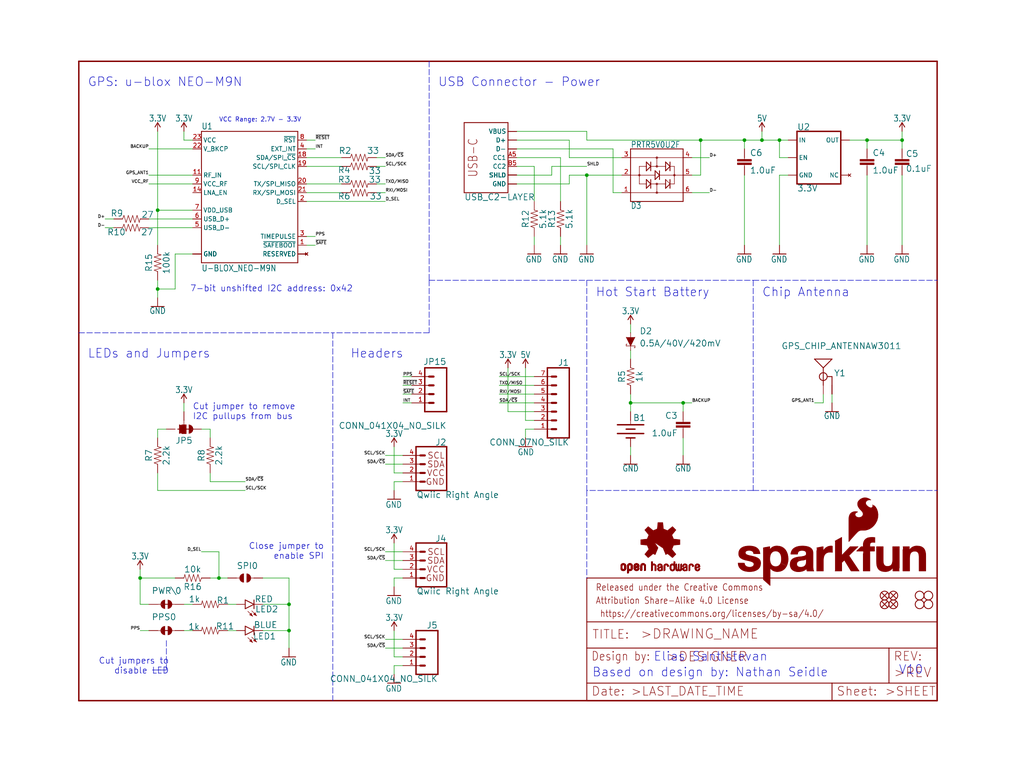
<source format=kicad_sch>
(kicad_sch (version 20211123) (generator eeschema)
  (paper "User" 297.002 223.926)
  (lib_symbols
    (symbol "eagleSchem-eagle-import:0.1UF-0603-25V-(+80{slash}-20%)"
      (property "Reference" "C" (at 1.524 2.921 0))
      (property "Value" "0.1UF-0603-25V-(+80{slash}-20%)" (at 1.524 -2.159 0))
      (symbol "0.1UF-0603-25V-(+80{slash}-20%)_1_0"
        (pin passive line (at 0 5.08 270) (length 2.54) (name "1") (number "1"))
        (pin passive line (at 0 -2.54 90) (length 2.54) (name "2") (number "2"))
      )
    )
    (symbol "eagleSchem-eagle-import:1.0UF-0603-16V-10%"
      (property "Reference" "C" (at 1.524 2.921 0))
      (property "Value" "1.0UF-0603-16V-10%" (at 1.524 -2.159 0))
      (symbol "1.0UF-0603-16V-10%_1_0"
        (pin passive line (at 0 5.08 270) (length 2.54) (name "1") (number "1"))
        (pin passive line (at 0 -2.54 90) (length 2.54) (name "2") (number "2"))
      )
    )
    (symbol "eagleSchem-eagle-import:100KOHM-0603-1{slash}10W-1%"
      (property "Reference" "R" (at 0 1.524 0))
      (property "Value" "100KOHM-0603-1{slash}10W-1%" (at 0 -1.524 0))
      (symbol "100KOHM-0603-1{slash}10W-1%_1_0"
        (pin passive line (at -5.08 0 0) (length 2.54) (name "1") (number "1"))
        (pin passive line (at 5.08 0 180) (length 2.54) (name "2") (number "2"))
      )
    )
    (symbol "eagleSchem-eagle-import:10KOHM-0402-1{slash}16W-1%"
      (property "Reference" "R" (at 0 1.524 0))
      (property "Value" "10KOHM-0402-1{slash}16W-1%" (at 0 -1.524 0))
      (symbol "10KOHM-0402-1{slash}16W-1%_1_0"
        (pin passive line (at -5.08 0 0) (length 2.54) (name "1") (number "1"))
        (pin passive line (at 5.08 0 180) (length 2.54) (name "2") (number "2"))
      )
    )
    (symbol "eagleSchem-eagle-import:1KOHM-0603-1{slash}10W-1%"
      (property "Reference" "R" (at 0 1.524 0))
      (property "Value" "1KOHM-0603-1{slash}10W-1%" (at 0 -1.524 0))
      (symbol "1KOHM-0603-1{slash}10W-1%_1_0"
        (pin passive line (at -5.08 0 0) (length 2.54) (name "1") (number "1"))
        (pin passive line (at 5.08 0 180) (length 2.54) (name "2") (number "2"))
      )
    )
    (symbol "eagleSchem-eagle-import:2.2KOHM-0603-1{slash}10W-1%"
      (property "Reference" "R" (at 0 1.524 0))
      (property "Value" "2.2KOHM-0603-1{slash}10W-1%" (at 0 -1.524 0))
      (symbol "2.2KOHM-0603-1{slash}10W-1%_1_0"
        (pin passive line (at -5.08 0 0) (length 2.54) (name "1") (number "1"))
        (pin passive line (at 5.08 0 180) (length 2.54) (name "2") (number "2"))
      )
    )
    (symbol "eagleSchem-eagle-import:27OHM-0603-1{slash}10W-1%"
      (property "Reference" "R" (at 0 1.524 0))
      (property "Value" "27OHM-0603-1{slash}10W-1%" (at 0 -1.524 0))
      (symbol "27OHM-0603-1{slash}10W-1%_1_0"
        (pin passive line (at -5.08 0 0) (length 2.54) (name "1") (number "1"))
        (pin passive line (at 5.08 0 180) (length 2.54) (name "2") (number "2"))
      )
    )
    (symbol "eagleSchem-eagle-import:3.3V" (power)
      (property "Value" "3.3V" (at 0 2.794 0))
      (symbol "3.3V_1_0"
        (pin power_in line (at 0 0 90) (length 2.54) (name "3.3V") (number "1"))
      )
    )
    (symbol "eagleSchem-eagle-import:33OHM-0603-1{slash}10W-1%"
      (property "Reference" "R" (at 0 1.524 0))
      (property "Value" "33OHM-0603-1{slash}10W-1%" (at 0 -1.524 0))
      (symbol "33OHM-0603-1{slash}10W-1%_1_0"
        (pin passive line (at -5.08 0 0) (length 2.54) (name "1") (number "1"))
        (pin passive line (at 5.08 0 180) (length 2.54) (name "2") (number "2"))
      )
    )
    (symbol "eagleSchem-eagle-import:5.1KOHM5.1KOHM-0603-1{slash}10W-1%"
      (property "Reference" "R" (at 0 1.524 0))
      (property "Value" "5.1KOHM5.1KOHM-0603-1{slash}10W-1%" (at 0 -1.524 0))
      (symbol "5.1KOHM5.1KOHM-0603-1{slash}10W-1%_1_0"
        (pin passive line (at -5.08 0 0) (length 2.54) (name "1") (number "1"))
        (pin passive line (at 5.08 0 180) (length 2.54) (name "2") (number "2"))
      )
    )
    (symbol "eagleSchem-eagle-import:5V" (power)
      (property "Value" "5V" (at 0 2.794 0))
      (symbol "5V_1_0"
        (pin power_in line (at 0 0 90) (length 2.54) (name "5V") (number "1"))
      )
    )
    (symbol "eagleSchem-eagle-import:CONN_041X04_NO_SILK"
      (property "Reference" "J" (at -5.08 8.128 0))
      (property "Value" "CONN_041X04_NO_SILK" (at -5.08 -7.366 0))
      (symbol "CONN_041X04_NO_SILK_1_0"
        (pin passive line (at 5.08 -2.54 180) (length 5.08) (name "1") (number "1"))
        (pin passive line (at 5.08 0 180) (length 5.08) (name "2") (number "2"))
        (pin passive line (at 5.08 2.54 180) (length 5.08) (name "3") (number "3"))
        (pin passive line (at 5.08 5.08 180) (length 5.08) (name "4") (number "4"))
      )
    )
    (symbol "eagleSchem-eagle-import:CONN_07NO_SILK"
      (property "Reference" "J" (at -5.08 13.208 0))
      (property "Value" "CONN_07NO_SILK" (at -5.08 -9.906 0))
      (symbol "CONN_07NO_SILK_1_0"
        (pin passive line (at 5.08 -5.08 180) (length 5.08) (name "1") (number "1"))
        (pin passive line (at 5.08 -2.54 180) (length 5.08) (name "2") (number "2"))
        (pin passive line (at 5.08 0 180) (length 5.08) (name "3") (number "3"))
        (pin passive line (at 5.08 2.54 180) (length 5.08) (name "4") (number "4"))
        (pin passive line (at 5.08 5.08 180) (length 5.08) (name "5") (number "5"))
        (pin passive line (at 5.08 7.62 180) (length 5.08) (name "6") (number "6"))
        (pin passive line (at 5.08 10.16 180) (length 5.08) (name "7") (number "7"))
      )
    )
    (symbol "eagleSchem-eagle-import:DIODE-SCHOTTKY-PMEG4005EJ"
      (property "Reference" "D" (at -2.54 2.032 0))
      (property "Value" "DIODE-SCHOTTKY-PMEG4005EJ" (at -2.54 -2.032 0))
      (symbol "DIODE-SCHOTTKY-PMEG4005EJ_1_0"
        (pin passive line (at -2.54 0 0) (length 0) (name "A") (number "A"))
        (pin passive line (at 2.54 0 180) (length 0) (name "C") (number "C"))
      )
    )
    (symbol "eagleSchem-eagle-import:FIDUCIALUFIDUCIAL")
    (symbol "eagleSchem-eagle-import:FRAME-LETTER"
      (symbol "FRAME-LETTER_2_0"
        (text " https://creativecommons.org/licenses/by-sa/4.0/" (at 2.54 24.13 0) (effects (font (size 1.9304 1.6408)) (justify left bottom)))
        (text ">DESIGNER" (at 23.114 11.176 0) (effects (font (size 2.7432 2.7432)) (justify left bottom)))
        (text ">DRAWING_NAME" (at 15.494 17.78 0) (effects (font (size 2.7432 2.7432)) (justify left bottom)))
        (text ">LAST_DATE_TIME" (at 12.7 1.27 0) (effects (font (size 2.54 2.54)) (justify left bottom)))
        (text ">REV" (at 88.9 6.604 0) (effects (font (size 2.7432 2.7432)) (justify left bottom)))
        (text ">SHEET" (at 86.36 1.27 0) (effects (font (size 2.54 2.54)) (justify left bottom)))
        (text "Attribution Share-Alike 4.0 License" (at 2.54 27.94 0) (effects (font (size 1.9304 1.6408)) (justify left bottom)))
        (text "Date:" (at 1.27 1.27 0) (effects (font (size 2.54 2.54)) (justify left bottom)))
        (text "Design by:" (at 1.27 11.43 0) (effects (font (size 2.54 2.159)) (justify left bottom)))
        (text "Released under the Creative Commons" (at 2.54 31.75 0) (effects (font (size 1.9304 1.6408)) (justify left bottom)))
        (text "REV:" (at 88.9 11.43 0) (effects (font (size 2.54 2.54)) (justify left bottom)))
        (text "Sheet:" (at 72.39 1.27 0) (effects (font (size 2.54 2.54)) (justify left bottom)))
        (text "TITLE:" (at 1.524 17.78 0) (effects (font (size 2.54 2.54)) (justify left bottom)))
      )
    )
    (symbol "eagleSchem-eagle-import:GND" (power)
      (property "Value" "GND" (at 0 -0.254 0))
      (symbol "GND_1_0"
        (pin power_in line (at 0 2.54 270) (length 2.54) (name "GND") (number "1"))
      )
    )
    (symbol "eagleSchem-eagle-import:GPS_CHIP_ANTENNAW3011"
      (property "Reference" "Y" (at 3.048 -5.08 0))
      (property "Value" "GPS_CHIP_ANTENNAW3011" (at 3.048 -7.366 0))
      (symbol "GPS_CHIP_ANTENNAW3011_1_0"
        (pin bidirectional line (at 0 -10.16 90) (length 2.54) (name "SIGNAL") (number "1"))
        (pin bidirectional line (at 2.54 -10.16 90) (length 2.54) (name "GND") (number "2"))
        (pin bidirectional line (at 2.54 -10.16 90) (length 2.54) (name "GND") (number "3"))
      )
    )
    (symbol "eagleSchem-eagle-import:I2C_STANDARDQWIIC"
      (property "Reference" "J" (at -5.08 7.874 0))
      (property "Value" "I2C_STANDARDQWIIC" (at -5.08 -5.334 0))
      (symbol "I2C_STANDARDQWIIC_1_0"
        (text "GND" (at -4.572 -2.54 0) (effects (font (size 1.778 1.778)) (justify left)))
        (text "SCL" (at -4.572 5.08 0) (effects (font (size 1.778 1.778)) (justify left)))
        (text "SDA" (at -4.572 2.54 0) (effects (font (size 1.778 1.778)) (justify left)))
        (text "VCC" (at -4.572 0 0) (effects (font (size 1.778 1.778)) (justify left)))
        (pin power_in line (at 7.62 -2.54 180) (length 5.08) (name "1") (number "1"))
        (pin power_in line (at 7.62 0 180) (length 5.08) (name "2") (number "2"))
        (pin passive line (at 7.62 2.54 180) (length 5.08) (name "3") (number "3"))
        (pin passive line (at 7.62 5.08 180) (length 5.08) (name "4") (number "4"))
      )
    )
    (symbol "eagleSchem-eagle-import:JUMPER-SMT_2_NC_TRACE_SILK"
      (property "Reference" "JP" (at -2.54 2.54 0))
      (property "Value" "JUMPER-SMT_2_NC_TRACE_SILK" (at -2.54 -2.54 0))
      (symbol "JUMPER-SMT_2_NC_TRACE_SILK_1_0"
        (pin passive line (at -5.08 0 0) (length 2.54) (name "1") (number "1"))
        (pin passive line (at 5.08 0 180) (length 2.54) (name "2") (number "2"))
      )
    )
    (symbol "eagleSchem-eagle-import:JUMPER-SMT_2_NO_SILK"
      (property "Reference" "JP" (at -2.54 2.54 0))
      (property "Value" "JUMPER-SMT_2_NO_SILK" (at -2.54 -2.54 0))
      (symbol "JUMPER-SMT_2_NO_SILK_1_0"
        (pin passive line (at -5.08 0 0) (length 2.54) (name "1") (number "1"))
        (pin passive line (at 5.08 0 180) (length 2.54) (name "2") (number "2"))
      )
    )
    (symbol "eagleSchem-eagle-import:JUMPER-SMT_3_2-NC_TRACE_SILK"
      (property "Reference" "JP" (at 2.54 0.381 0))
      (property "Value" "JUMPER-SMT_3_2-NC_TRACE_SILK" (at 2.54 -0.381 0))
      (symbol "JUMPER-SMT_3_2-NC_TRACE_SILK_1_0"
        (pin passive line (at 0 5.08 270) (length 2.54) (name "1") (number "1"))
        (pin passive line (at -5.08 0 0) (length 2.54) (name "2") (number "2"))
        (pin passive line (at 0 -5.08 90) (length 2.54) (name "3") (number "3"))
      )
    )
    (symbol "eagleSchem-eagle-import:LED-BLUE0603"
      (property "Reference" "D" (at -3.429 -4.572 90))
      (property "Value" "LED-BLUE0603" (at 1.905 -4.572 90))
      (symbol "LED-BLUE0603_1_0"
        (pin passive line (at 0 2.54 270) (length 2.54) (name "A") (number "A"))
        (pin passive line (at 0 -5.08 90) (length 2.54) (name "C") (number "C"))
      )
    )
    (symbol "eagleSchem-eagle-import:LED-RED0603"
      (property "Reference" "D" (at -3.429 -4.572 90))
      (property "Value" "LED-RED0603" (at 1.905 -4.572 90))
      (symbol "LED-RED0603_1_0"
        (pin passive line (at 0 2.54 270) (length 2.54) (name "A") (number "A"))
        (pin passive line (at 0 -5.08 90) (length 2.54) (name "C") (number "C"))
      )
    )
    (symbol "eagleSchem-eagle-import:ML414H_IV01E_BATTERY"
      (property "Reference" "BT" (at 0 4.318 0))
      (property "Value" "ML414H_IV01E_BATTERY" (at 0 -4.318 0))
      (symbol "ML414H_IV01E_BATTERY_1_0"
        (pin power_in line (at -5.08 0 0) (length 2.54) (name "+") (number "+"))
        (pin power_in line (at 5.08 0 180) (length 2.54) (name "-") (number "-"))
      )
    )
    (symbol "eagleSchem-eagle-import:OSHW-LOGOMINI")
    (symbol "eagleSchem-eagle-import:PRTR5V0U2F"
      (property "Reference" "D" (at -7.62 7.874 0))
      (property "Value" "PRTR5V0U2F" (at -7.62 -7.874 0))
      (symbol "PRTR5V0U2F_1_0"
        (pin bidirectional line (at -10.16 5.08 0) (length 2.54) (name "1") (number "1"))
        (pin bidirectional line (at -10.16 0 0) (length 2.54) (name "2") (number "2"))
        (pin bidirectional line (at -10.16 -5.08 0) (length 2.54) (name "3") (number "3"))
        (pin bidirectional line (at 10.16 -5.08 180) (length 2.54) (name "4") (number "4"))
        (pin bidirectional line (at 10.16 0 180) (length 2.54) (name "5") (number "5"))
        (pin bidirectional line (at 10.16 5.08 180) (length 2.54) (name "6") (number "6"))
      )
    )
    (symbol "eagleSchem-eagle-import:SFE_LOGO_NAME_FLAME.1_INCH")
    (symbol "eagleSchem-eagle-import:STAND-OFF")
    (symbol "eagleSchem-eagle-import:U-BLOX_NEO-M9N"
      (property "Reference" "U" (at -12.7 18.288 0))
      (property "Value" "U-BLOX_NEO-M9N" (at -12.7 -22.86 0))
      (symbol "U-BLOX_NEO-M9N_1_0"
        (pin bidirectional line (at 17.78 -15.24 180) (length 2.54) (name "~{SAFEBOOT}") (number "1"))
        (pin bidirectional line (at -15.24 -17.78 0) (length 2.54) (name "GND") (number "10"))
        (pin bidirectional line (at -15.24 5.08 0) (length 2.54) (name "RF_IN") (number "11"))
        (pin bidirectional line (at -15.24 -17.78 0) (length 2.54) (name "GND") (number "12"))
        (pin bidirectional line (at -15.24 -17.78 0) (length 2.54) (name "GND") (number "13"))
        (pin bidirectional line (at -15.24 0 0) (length 2.54) (name "LNA_EN") (number "14"))
        (pin no_connect line (at 17.78 -17.78 180) (length 2.54) (name "RESERVED") (number "15"))
        (pin no_connect line (at 17.78 -17.78 180) (length 2.54) (name "RESERVED") (number "16"))
        (pin no_connect line (at 17.78 -17.78 180) (length 2.54) (name "RESERVED") (number "17"))
        (pin bidirectional line (at 17.78 10.16 180) (length 2.54) (name "SDA/SPI_~{CS}") (number "18"))
        (pin bidirectional line (at 17.78 7.62 180) (length 2.54) (name "SCL/SPI_CLK") (number "19"))
        (pin bidirectional line (at 17.78 -2.54 180) (length 2.54) (name "D_SEL") (number "2"))
        (pin bidirectional line (at 17.78 2.54 180) (length 2.54) (name "TX/SPI_MISO") (number "20"))
        (pin bidirectional line (at 17.78 0 180) (length 2.54) (name "RX/SPI_MOSI") (number "21"))
        (pin bidirectional line (at -15.24 12.7 0) (length 2.54) (name "V_BKCP") (number "22"))
        (pin bidirectional line (at -15.24 15.24 0) (length 2.54) (name "VCC") (number "23"))
        (pin bidirectional line (at -15.24 -17.78 0) (length 2.54) (name "GND") (number "24"))
        (pin bidirectional line (at 17.78 -12.7 180) (length 2.54) (name "TIMEPULSE") (number "3"))
        (pin bidirectional line (at 17.78 12.7 180) (length 2.54) (name "EXT_INT") (number "4"))
        (pin bidirectional line (at -15.24 -10.16 0) (length 2.54) (name "USB_D-") (number "5"))
        (pin bidirectional line (at -15.24 -7.62 0) (length 2.54) (name "USB_D+") (number "6"))
        (pin bidirectional line (at -15.24 -5.08 0) (length 2.54) (name "VDD_USB") (number "7"))
        (pin bidirectional line (at 17.78 15.24 180) (length 2.54) (name "~{RST}") (number "8"))
        (pin bidirectional line (at -15.24 2.54 0) (length 2.54) (name "VCC_RF") (number "9"))
      )
    )
    (symbol "eagleSchem-eagle-import:USB_C2-LAYER"
      (property "Reference" "J" (at -2.54 10.414 0))
      (property "Value" "USB_C2-LAYER" (at -2.54 -12.446 0))
      (symbol "USB_C2-LAYER_1_0"
        (text "USB-C" (at 0 0 900) (effects (font (size 2.54 2.159))))
        (pin bidirectional line (at 12.7 0 180) (length 2.54) (name "CC1") (number "A5"))
        (pin bidirectional line (at 12.7 5.08 180) (length 2.54) (name "D+") (number "A6"))
        (pin bidirectional line (at 12.7 2.54 180) (length 2.54) (name "D-") (number "A7"))
        (pin bidirectional line (at 12.7 -2.54 180) (length 2.54) (name "CC2") (number "B5"))
        (pin bidirectional line (at 12.7 5.08 180) (length 2.54) (name "D+") (number "B6"))
        (pin bidirectional line (at 12.7 2.54 180) (length 2.54) (name "D-") (number "B7"))
        (pin bidirectional line (at 12.7 -7.62 180) (length 2.54) (name "GND") (number "GND"))
        (pin bidirectional line (at 12.7 -7.62 180) (length 2.54) (name "GND") (number "GND2"))
        (pin bidirectional line (at 12.7 -5.08 180) (length 2.54) (name "SHLD") (number "SHLD1"))
        (pin bidirectional line (at 12.7 -5.08 180) (length 2.54) (name "SHLD") (number "SHLD2"))
        (pin bidirectional line (at 12.7 -5.08 180) (length 2.54) (name "SHLD") (number "SHLD3"))
        (pin bidirectional line (at 12.7 -5.08 180) (length 2.54) (name "SHLD") (number "SHLD4"))
        (pin bidirectional line (at 12.7 -5.08 180) (length 2.54) (name "SHLD") (number "SHLD5"))
        (pin bidirectional line (at 12.7 -5.08 180) (length 2.54) (name "SHLD") (number "SHLD6"))
        (pin bidirectional line (at 12.7 -5.08 180) (length 2.54) (name "SHLD") (number "SHLD7"))
        (pin bidirectional line (at 12.7 -5.08 180) (length 2.54) (name "SHLD") (number "SHLD8"))
        (pin bidirectional line (at 12.7 7.62 180) (length 2.54) (name "VBUS") (number "VBUS1"))
        (pin bidirectional line (at 12.7 7.62 180) (length 2.54) (name "VBUS") (number "VBUS2"))
      )
    )
    (symbol "eagleSchem-eagle-import:V_REG_AP2112K-3.3V"
      (property "Reference" "U" (at -7.62 7.874 0))
      (property "Value" "V_REG_AP2112K-3.3V" (at -7.62 -7.874 0))
      (symbol "V_REG_AP2112K-3.3V_1_0"
        (pin input line (at -10.16 5.08 0) (length 2.54) (name "IN") (number "1"))
        (pin input line (at -10.16 -5.08 0) (length 2.54) (name "GND") (number "2"))
        (pin input line (at -10.16 0 0) (length 2.54) (name "EN") (number "3"))
        (pin no_connect line (at 7.62 -5.08 180) (length 2.54) (name "NC") (number "4"))
        (pin passive line (at 7.62 5.08 180) (length 2.54) (name "OUT") (number "5"))
      )
    )
  )
  (junction (at 198.12 116.84))
  (junction (at 63.5 167.64))
  (junction (at 261.62 40.64))
  (junction (at 83.82 175.26))
  (junction (at 215.9 40.64))
  (junction (at 251.46 40.64))
  (junction (at 203.2 40.64))
  (junction (at 226.06 40.64))
  (junction (at 170.18 50.8))
  (junction (at 45.72 83.82))
  (junction (at 40.64 167.64))
  (junction (at 45.72 60.96))
  (junction (at 83.82 182.88))
  (junction (at 220.98 40.64))
  (junction (at 182.88 116.84))
  (wire (pts (xy 228.6 45.72) (xy 226.06 45.72)))
  (wire (pts (xy 43.18 182.88) (xy 40.64 182.88)))
  (wire (pts (xy 114.3 190.5) (xy 114.3 182.88)))
  (wire (pts (xy 114.3 139.7) (xy 114.3 142.24)))
  (wire (pts (xy 109.22 53.34) (xy 111.76 53.34)))
  (wire (pts (xy 162.56 45.72) (xy 162.56 58.42)))
  (wire (pts (xy 60.96 137.16) (xy 60.96 139.7)))
  (wire (pts (xy 152.4 121.92) (xy 152.4 106.68)))
  (wire (pts (xy 76.2 182.88) (xy 83.82 182.88)))
  (wire (pts (xy 147.32 119.38) (xy 147.32 106.68)))
  (wire (pts (xy 116.84 160.02) (xy 111.76 160.02)))
  (wire (pts (xy 170.18 50.8) (xy 170.18 71.12)))
  (wire (pts (xy 88.9 68.58) (xy 91.44 68.58)))
  (wire (pts (xy 149.86 43.18) (xy 177.8 43.18)))
  (wire (pts (xy 160.02 48.26) (xy 170.18 48.26)))
  (wire (pts (xy 99.06 45.72) (xy 88.9 45.72)))
  (wire (pts (xy 182.88 114.3) (xy 182.88 116.84)))
  (wire (pts (xy 165.1 45.72) (xy 165.1 40.64)))
  (wire (pts (xy 60.96 124.46) (xy 58.42 124.46)))
  (wire (pts (xy 154.94 111.76) (xy 144.78 111.76)))
  (wire (pts (xy 45.72 127) (xy 45.72 124.46)))
  (wire (pts (xy 53.34 38.1) (xy 53.34 40.64)))
  (wire (pts (xy 149.86 50.8) (xy 160.02 50.8)))
  (wire (pts (xy 55.88 50.8) (xy 43.18 50.8)))
  (wire (pts (xy 55.88 60.96) (xy 45.72 60.96)))
  (wire (pts (xy 226.06 45.72) (xy 226.06 40.64)))
  (wire (pts (xy 154.94 121.92) (xy 152.4 121.92)))
  (polyline (pts (xy 48.26 194.31) (xy 48.26 185.42)))
  (wire (pts (xy 116.84 167.64) (xy 114.3 167.64)))
  (wire (pts (xy 99.06 48.26) (xy 88.9 48.26)))
  (wire (pts (xy 182.88 93.98) (xy 182.88 96.52)))
  (wire (pts (xy 149.86 45.72) (xy 162.56 45.72)))
  (wire (pts (xy 198.12 116.84) (xy 182.88 116.84)))
  (wire (pts (xy 165.1 40.64) (xy 149.86 40.64)))
  (wire (pts (xy 154.94 48.26) (xy 149.86 48.26)))
  (wire (pts (xy 45.72 81.28) (xy 45.72 83.82)))
  (wire (pts (xy 88.9 40.64) (xy 91.44 40.64)))
  (wire (pts (xy 116.84 190.5) (xy 114.3 190.5)))
  (wire (pts (xy 154.94 109.22) (xy 144.78 109.22)))
  (polyline (pts (xy 218.44 81.28) (xy 218.44 142.24)))
  (wire (pts (xy 50.8 83.82) (xy 45.72 83.82)))
  (wire (pts (xy 198.12 116.84) (xy 198.12 119.38)))
  (wire (pts (xy 114.3 137.16) (xy 114.3 129.54)))
  (wire (pts (xy 55.88 63.5) (xy 43.18 63.5)))
  (wire (pts (xy 53.34 182.88) (xy 55.88 182.88)))
  (polyline (pts (xy 124.46 81.28) (xy 170.18 81.28)))
  (polyline (pts (xy 170.18 142.24) (xy 170.18 167.64)))
  (wire (pts (xy 116.84 162.56) (xy 111.76 162.56)))
  (wire (pts (xy 88.9 53.34) (xy 99.06 53.34)))
  (wire (pts (xy 154.94 124.46) (xy 152.4 124.46)))
  (wire (pts (xy 109.22 48.26) (xy 111.76 48.26)))
  (polyline (pts (xy 124.46 81.28) (xy 124.46 96.52)))
  (wire (pts (xy 165.1 45.72) (xy 180.34 45.72)))
  (wire (pts (xy 40.64 167.64) (xy 40.64 175.26)))
  (wire (pts (xy 50.8 167.64) (xy 40.64 167.64)))
  (wire (pts (xy 83.82 167.64) (xy 83.82 175.26)))
  (wire (pts (xy 200.66 55.88) (xy 205.74 55.88)))
  (wire (pts (xy 50.8 73.66) (xy 50.8 83.82)))
  (wire (pts (xy 76.2 167.64) (xy 83.82 167.64)))
  (wire (pts (xy 154.94 114.3) (xy 144.78 114.3)))
  (wire (pts (xy 55.88 43.18) (xy 43.18 43.18)))
  (wire (pts (xy 58.42 160.02) (xy 63.5 160.02)))
  (wire (pts (xy 160.02 50.8) (xy 160.02 48.26)))
  (wire (pts (xy 109.22 45.72) (xy 111.76 45.72)))
  (wire (pts (xy 238.76 116.84) (xy 236.22 116.84)))
  (wire (pts (xy 60.96 167.64) (xy 63.5 167.64)))
  (wire (pts (xy 198.12 127) (xy 198.12 132.08)))
  (wire (pts (xy 182.88 129.54) (xy 182.88 132.08)))
  (wire (pts (xy 33.02 63.5) (xy 30.48 63.5)))
  (wire (pts (xy 198.12 116.84) (xy 200.66 116.84)))
  (wire (pts (xy 116.84 139.7) (xy 114.3 139.7)))
  (polyline (pts (xy 218.44 142.24) (xy 170.18 142.24)))
  (wire (pts (xy 68.58 175.26) (xy 66.04 175.26)))
  (wire (pts (xy 182.88 116.84) (xy 182.88 119.38)))
  (wire (pts (xy 43.18 175.26) (xy 40.64 175.26)))
  (wire (pts (xy 60.96 127) (xy 60.96 124.46)))
  (wire (pts (xy 88.9 43.18) (xy 91.44 43.18)))
  (wire (pts (xy 180.34 50.8) (xy 170.18 50.8)))
  (wire (pts (xy 114.3 193.04) (xy 114.3 195.58)))
  (wire (pts (xy 45.72 137.16) (xy 45.72 142.24)))
  (wire (pts (xy 45.72 124.46) (xy 48.26 124.46)))
  (wire (pts (xy 203.2 50.8) (xy 203.2 40.64)))
  (wire (pts (xy 45.72 60.96) (xy 45.72 71.12)))
  (wire (pts (xy 109.22 55.88) (xy 111.76 55.88)))
  (wire (pts (xy 119.38 109.22) (xy 116.84 109.22)))
  (wire (pts (xy 45.72 142.24) (xy 71.12 142.24)))
  (wire (pts (xy 116.84 185.42) (xy 111.76 185.42)))
  (polyline (pts (xy 124.46 17.78) (xy 124.46 81.28)))
  (wire (pts (xy 177.8 43.18) (xy 177.8 55.88)))
  (wire (pts (xy 162.56 68.58) (xy 162.56 71.12)))
  (polyline (pts (xy 96.52 96.52) (xy 96.52 203.2)))
  (wire (pts (xy 88.9 58.42) (xy 111.76 58.42)))
  (wire (pts (xy 165.1 53.34) (xy 149.86 53.34)))
  (wire (pts (xy 226.06 50.8) (xy 226.06 71.12)))
  (wire (pts (xy 53.34 116.84) (xy 53.34 119.38)))
  (wire (pts (xy 170.18 50.8) (xy 165.1 50.8)))
  (wire (pts (xy 83.82 187.96) (xy 83.82 182.88)))
  (wire (pts (xy 165.1 50.8) (xy 165.1 53.34)))
  (wire (pts (xy 83.82 175.26) (xy 83.82 182.88)))
  (wire (pts (xy 116.84 132.08) (xy 111.76 132.08)))
  (wire (pts (xy 116.84 193.04) (xy 114.3 193.04)))
  (wire (pts (xy 220.98 40.64) (xy 215.9 40.64)))
  (wire (pts (xy 40.64 167.64) (xy 40.64 165.1)))
  (wire (pts (xy 119.38 111.76) (xy 116.84 111.76)))
  (polyline (pts (xy 218.44 142.24) (xy 271.78 142.24)))
  (wire (pts (xy 154.94 116.84) (xy 144.78 116.84)))
  (wire (pts (xy 55.88 73.66) (xy 50.8 73.66)))
  (wire (pts (xy 203.2 40.64) (xy 170.18 40.64)))
  (wire (pts (xy 45.72 38.1) (xy 45.72 60.96)))
  (polyline (pts (xy 170.18 81.28) (xy 170.18 142.24)))
  (wire (pts (xy 114.3 165.1) (xy 114.3 157.48)))
  (wire (pts (xy 66.04 182.88) (xy 68.58 182.88)))
  (wire (pts (xy 200.66 50.8) (xy 203.2 50.8)))
  (wire (pts (xy 241.3 114.3) (xy 241.3 116.84)))
  (wire (pts (xy 154.94 119.38) (xy 147.32 119.38)))
  (wire (pts (xy 33.02 66.04) (xy 30.48 66.04)))
  (wire (pts (xy 226.06 40.64) (xy 220.98 40.64)))
  (wire (pts (xy 55.88 66.04) (xy 43.18 66.04)))
  (wire (pts (xy 177.8 55.88) (xy 180.34 55.88)))
  (wire (pts (xy 119.38 116.84) (xy 116.84 116.84)))
  (wire (pts (xy 119.38 114.3) (xy 116.84 114.3)))
  (wire (pts (xy 251.46 40.64) (xy 251.46 43.18)))
  (polyline (pts (xy 44.196 194.31) (xy 48.26 194.31)))
  (wire (pts (xy 228.6 50.8) (xy 226.06 50.8)))
  (wire (pts (xy 220.98 40.64) (xy 220.98 38.1)))
  (wire (pts (xy 88.9 55.88) (xy 99.06 55.88)))
  (wire (pts (xy 116.84 187.96) (xy 111.76 187.96)))
  (wire (pts (xy 116.84 165.1) (xy 114.3 165.1)))
  (wire (pts (xy 88.9 71.12) (xy 91.44 71.12)))
  (wire (pts (xy 261.62 43.18) (xy 261.62 40.64)))
  (wire (pts (xy 114.3 167.64) (xy 114.3 170.18)))
  (wire (pts (xy 182.88 101.6) (xy 182.88 104.14)))
  (wire (pts (xy 238.76 116.84) (xy 238.76 114.3)))
  (wire (pts (xy 83.82 175.26) (xy 76.2 175.26)))
  (wire (pts (xy 251.46 40.64) (xy 261.62 40.64)))
  (wire (pts (xy 45.72 83.82) (xy 45.72 86.36)))
  (wire (pts (xy 55.88 40.64) (xy 53.34 40.64)))
  (wire (pts (xy 200.66 45.72) (xy 205.74 45.72)))
  (wire (pts (xy 154.94 68.58) (xy 154.94 71.12)))
  (polyline (pts (xy 124.46 96.52) (xy 96.52 96.52)))
  (wire (pts (xy 251.46 71.12) (xy 251.46 50.8)))
  (wire (pts (xy 63.5 160.02) (xy 63.5 167.64)))
  (wire (pts (xy 215.9 40.64) (xy 203.2 40.64)))
  (wire (pts (xy 116.84 137.16) (xy 114.3 137.16)))
  (wire (pts (xy 53.34 175.26) (xy 55.88 175.26)))
  (wire (pts (xy 63.5 167.64) (xy 66.04 167.64)))
  (wire (pts (xy 226.06 40.64) (xy 228.6 40.64)))
  (wire (pts (xy 246.38 40.64) (xy 251.46 40.64)))
  (wire (pts (xy 152.4 124.46) (xy 152.4 127)))
  (wire (pts (xy 116.84 134.62) (xy 111.76 134.62)))
  (wire (pts (xy 261.62 71.12) (xy 261.62 50.8)))
  (wire (pts (xy 261.62 38.1) (xy 261.62 40.64)))
  (wire (pts (xy 170.18 38.1) (xy 170.18 40.64)))
  (wire (pts (xy 215.9 71.12) (xy 215.9 50.8)))
  (wire (pts (xy 154.94 58.42) (xy 154.94 48.26)))
  (polyline (pts (xy 218.44 81.28) (xy 271.78 81.28)))
  (polyline (pts (xy 22.86 96.52) (xy 96.52 96.52)))
  (wire (pts (xy 55.88 53.34) (xy 43.18 53.34)))
  (wire (pts (xy 215.9 43.18) (xy 215.9 40.64)))
  (wire (pts (xy 60.96 139.7) (xy 71.12 139.7)))
  (polyline (pts (xy 170.18 81.28) (xy 218.44 81.28)))
  (wire (pts (xy 149.86 38.1) (xy 170.18 38.1)))
  (text "VCC Range: 2.7V - 3.3V" (at 63.5 35.56 180) (effects (font (size 1.27 1.27)) (justify left bottom)))
  (text "V10" (at 260.604 195.834 180) (effects (font (size 2.54 2.54)) (justify left bottom)))
  (text "Cut jumper to remove\nI2C pullups from bus" (at 55.88 121.92 180) (effects (font (size 1.778 1.778)) (justify left bottom)))
  (text "Chip Antenna" (at 220.98 86.36 180) (effects (font (size 2.54 2.54)) (justify left bottom)))
  (text "Close jumper to\nenable SPI" (at 93.98 157.48 180) (effects (font (size 1.778 1.778)) (justify right top)))
  (text "7-bit unshifted I2C address: 0x42" (at 78.74 83.82 180) (effects (font (size 1.778 1.778))))
  (text "Headers" (at 101.6 104.14 180) (effects (font (size 2.54 2.54)) (justify left bottom)))
  (text "USB Connector - Power" (at 127 25.4 180) (effects (font (size 2.54 2.54)) (justify left bottom)))
  (text "Cut jumpers to\ndisable LED" (at 49.022 190.754 180) (effects (font (size 1.778 1.778)) (justify right top)))
  (text "Based on design by: Nathan Seidle" (at 171.704 196.596 180) (effects (font (size 2.54 2.54)) (justify left bottom)))
  (text "LEDs and Jumpers" (at 25.4 104.14 180) (effects (font (size 2.54 2.54)) (justify left bottom)))
  (text "GPS: u-blox NEO-M9N" (at 25.4 25.4 180) (effects (font (size 2.54 2.54)) (justify left bottom)))
  (text "Elias Santistevan" (at 189.484 192.024 180) (effects (font (size 2.54 2.54)) (justify left bottom)))
  (text "Hot Start Battery" (at 172.72 86.36 180) (effects (font (size 2.54 2.54)) (justify left bottom)))
  (label "SCL/SCK" (at 111.76 160.02 180) (effects (font (size 0.889 0.889))))
  (label "~{SAFE}" (at 91.44 71.12 0) (effects (font (size 0.889 0.889))))
  (label "SDA/~{CS}" (at 111.76 162.56 180) (effects (font (size 0.889 0.889))))
  (label "SCL/SCK" (at 71.12 142.24 0) (effects (font (size 0.889 0.889))))
  (label "SDA/~{CS}" (at 71.12 139.7 0) (effects (font (size 0.889 0.889))))
  (label "SDA/~{CS}" (at 144.78 116.84 0) (effects (font (size 0.889 0.889))))
  (label "D+" (at 30.48 63.5 180) (effects (font (size 0.889 0.889))))
  (label "SDA/~{CS}" (at 111.76 134.62 180) (effects (font (size 0.889 0.889))))
  (label "~{SAFE}" (at 116.84 114.3 0) (effects (font (size 0.889 0.889))))
  (label "INT" (at 116.84 116.84 0) (effects (font (size 0.889 0.889))))
  (label "VCC_RF" (at 43.18 53.34 180) (effects (font (size 0.889 0.889))))
  (label "BACKUP" (at 200.66 116.84 0) (effects (font (size 0.889 0.889))))
  (label "BACKUP" (at 43.18 43.18 180) (effects (font (size 0.889 0.889))))
  (label "SHLD" (at 170.18 48.26 0) (effects (font (size 0.889 0.889))))
  (label "GPS_ANT1" (at 236.22 116.84 180) (effects (font (size 0.889 0.889))))
  (label "RXI/MOSI" (at 111.76 55.88 0) (effects (font (size 0.889 0.889))))
  (label "PPS" (at 91.44 68.58 0) (effects (font (size 0.889 0.889))))
  (label "D_SEL" (at 111.76 58.42 0) (effects (font (size 0.889 0.889))))
  (label "~{RESET}" (at 91.44 40.64 0) (effects (font (size 0.889 0.889))))
  (label "SCL/SCK" (at 111.76 132.08 180) (effects (font (size 0.889 0.889))))
  (label "SCL/SCK" (at 111.76 48.26 0) (effects (font (size 0.889 0.889))))
  (label "PPS" (at 116.84 109.22 0) (effects (font (size 0.889 0.889))))
  (label "RXI/MOSI" (at 144.78 114.3 0) (effects (font (size 0.889 0.889))))
  (label "SDA/~{CS}" (at 111.76 45.72 0) (effects (font (size 0.889 0.889))))
  (label "D-" (at 205.74 55.88 0) (effects (font (size 0.889 0.889))))
  (label "GPS_ANT1" (at 43.18 50.8 180) (effects (font (size 0.889 0.889))))
  (label "SCL/SCK" (at 111.76 185.42 180) (effects (font (size 0.889 0.889))))
  (label "D+" (at 205.74 45.72 0) (effects (font (size 0.889 0.889))))
  (label "TXO/MISO" (at 111.76 53.34 0) (effects (font (size 0.889 0.889))))
  (label "~{RESET}" (at 116.84 111.76 0) (effects (font (size 0.889 0.889))))
  (label "INT" (at 91.44 43.18 0) (effects (font (size 0.889 0.889))))
  (label "D-" (at 30.48 66.04 180) (effects (font (size 0.889 0.889))))
  (label "SDA/~{CS}" (at 111.76 187.96 180) (effects (font (size 0.889 0.889))))
  (label "SCL/SCK" (at 144.78 109.22 0) (effects (font (size 0.889 0.889))))
  (label "TXO/MISO" (at 144.78 111.76 0) (effects (font (size 0.889 0.889))))
  (label "D_SEL" (at 58.42 160.02 180) (effects (font (size 0.889 0.889))))
  (label "PPS" (at 40.64 182.88 180) (effects (font (size 0.889 0.889))))
  (symbol (lib_id "eagleSchem-eagle-import:FIDUCIALUFIDUCIAL") (at 259.08 175.26 270) (unit 1)
    (property "Reference" "JP81" (effects hide))
    (property "Value" "FIDUCIALUFIDUCIAL" (effects hide))
    (property "Footprint" "eagleSchem:MICRO-FIDUCIAL" (effects hide))
  )
  (symbol (lib_id "eagleSchem-eagle-import:GND") (at 182.88 134.62 0) (unit 1)
    (property "Reference" "#GND5" (effects hide))
    (property "Value" "GND" (at 182.88 134.874 0) (effects (font (size 1.778 1.5113)) (justify top)))
    (property "Footprint" "eagleSchem:" (effects hide))
  )
  (symbol (lib_id "eagleSchem-eagle-import:GPS_CHIP_ANTENNAW3011") (at 238.76 104.14 0) (unit 1)
    (property "Reference" "Y1" (at 241.808 109.22 0) (effects (font (size 1.778 1.778)) (justify left bottom)))
    (property "Value" "GPS_CHIP_ANTENNAW3011" (at 226.568 101.346 0) (effects (font (size 1.778 1.778)) (justify left bottom)))
    (property "Footprint" "eagleSchem:W3011" (effects hide))
  )
  (symbol (lib_id "eagleSchem-eagle-import:I2C_STANDARDQWIIC") (at 124.46 137.16 0) (mirror y) (unit 1)
    (property "Reference" "J2" (at 129.54 129.286 0) (effects (font (size 1.778 1.778)) (justify left bottom)))
    (property "Value" "Qwiic Right Angle" (at 144.78 142.494 0) (effects (font (size 1.778 1.778)) (justify left top)))
    (property "Footprint" "eagleSchem:JST04_1MM_RA" (effects hide))
  )
  (symbol (lib_id "eagleSchem-eagle-import:3.3V") (at 114.3 129.54 0) (unit 1)
    (property "Reference" "#SUPPLY4" (effects hide))
    (property "Value" "3.3V" (at 114.3 126.746 0) (effects (font (size 1.778 1.5113)) (justify bottom)))
    (property "Footprint" "eagleSchem:" (effects hide))
  )
  (symbol (lib_id "eagleSchem-eagle-import:DIODE-SCHOTTKY-PMEG4005EJ") (at 182.88 99.06 270) (unit 1)
    (property "Reference" "D2" (at 185.42 97.028 90) (effects (font (size 1.778 1.778)) (justify left bottom)))
    (property "Value" "0.5A/40V/420mV" (at 185.42 98.552 90) (effects (font (size 1.778 1.778)) (justify left top)))
    (property "Footprint" "eagleSchem:SOD-323" (effects hide))
  )
  (symbol (lib_id "eagleSchem-eagle-import:GND") (at 83.82 190.5 0) (unit 1)
    (property "Reference" "#GND12" (effects hide))
    (property "Value" "GND" (at 81.28 193.04 0) (effects (font (size 1.778 1.5113)) (justify left bottom)))
    (property "Footprint" "eagleSchem:" (effects hide))
  )
  (symbol (lib_id "eagleSchem-eagle-import:33OHM-0603-1{slash}10W-1%") (at 104.14 45.72 0) (unit 1)
    (property "Reference" "R2" (at 100.076 44.704 0) (effects (font (size 1.778 1.778)) (justify bottom)))
    (property "Value" "33" (at 108.204 44.704 0) (effects (font (size 1.778 1.778)) (justify bottom)))
    (property "Footprint" "eagleSchem:0603" (effects hide))
  )
  (symbol (lib_id "eagleSchem-eagle-import:2.2KOHM-0603-1{slash}10W-1%") (at 60.96 132.08 90) (unit 1)
    (property "Reference" "R8" (at 59.436 132.08 0) (effects (font (size 1.778 1.778)) (justify bottom)))
    (property "Value" "2.2k" (at 62.484 132.08 0) (effects (font (size 1.778 1.778)) (justify top)))
    (property "Footprint" "eagleSchem:0603" (effects hide))
  )
  (symbol (lib_id "eagleSchem-eagle-import:GND") (at 114.3 144.78 0) (unit 1)
    (property "Reference" "#GND6" (effects hide))
    (property "Value" "GND" (at 111.76 147.32 0) (effects (font (size 1.778 1.5113)) (justify left bottom)))
    (property "Footprint" "eagleSchem:" (effects hide))
  )
  (symbol (lib_id "eagleSchem-eagle-import:FIDUCIALUFIDUCIAL") (at 256.54 172.72 270) (unit 1)
    (property "Reference" "JP21" (effects hide))
    (property "Value" "FIDUCIALUFIDUCIAL" (effects hide))
    (property "Footprint" "eagleSchem:MICRO-FIDUCIAL" (effects hide))
  )
  (symbol (lib_id "eagleSchem-eagle-import:1KOHM-0603-1{slash}10W-1%") (at 60.96 182.88 180) (unit 1)
    (property "Reference" "R11" (at 65.278 180.594 0) (effects (font (size 1.778 1.778)) (justify bottom)))
    (property "Value" "1k" (at 56.261 180.721 0) (effects (font (size 1.778 1.778)) (justify bottom)))
    (property "Footprint" "eagleSchem:0603" (effects hide))
  )
  (symbol (lib_id "eagleSchem-eagle-import:JUMPER-SMT_3_2-NC_TRACE_SILK") (at 53.34 124.46 270) (unit 1)
    (property "Reference" "JP5" (at 50.8 128.778 90) (effects (font (size 1.778 1.778)) (justify left bottom)))
    (property "Value" "JUMPER-SMT_3_2-NC_TRACE_SILK" (effects hide))
    (property "Footprint" "eagleSchem:SMT-JUMPER_3_2-NC_TRACE_SILK" (effects hide))
  )
  (symbol (lib_id "eagleSchem-eagle-import:3.3V") (at 45.72 38.1 0) (mirror y) (unit 1)
    (property "Reference" "#SUPPLY6" (effects hide))
    (property "Value" "3.3V" (at 45.72 35.306 0) (effects (font (size 1.778 1.5113)) (justify bottom)))
    (property "Footprint" "eagleSchem:" (effects hide))
  )
  (symbol (lib_id "eagleSchem-eagle-import:GND") (at 215.9 73.66 0) (unit 1)
    (property "Reference" "#GND16" (effects hide))
    (property "Value" "GND" (at 213.36 76.2 0) (effects (font (size 1.778 1.5113)) (justify left bottom)))
    (property "Footprint" "eagleSchem:" (effects hide))
  )
  (symbol (lib_id "eagleSchem-eagle-import:5V") (at 220.98 38.1 0) (unit 1)
    (property "Reference" "#SUPPLY3" (effects hide))
    (property "Value" "5V" (at 220.98 35.306 0) (effects (font (size 1.778 1.5113)) (justify bottom)))
    (property "Footprint" "eagleSchem:" (effects hide))
  )
  (symbol (lib_id "eagleSchem-eagle-import:2.2KOHM-0603-1{slash}10W-1%") (at 45.72 132.08 90) (unit 1)
    (property "Reference" "R7" (at 44.196 132.08 0) (effects (font (size 1.778 1.778)) (justify bottom)))
    (property "Value" "2.2k" (at 47.244 132.08 0) (effects (font (size 1.778 1.778)) (justify top)))
    (property "Footprint" "eagleSchem:0603" (effects hide))
  )
  (symbol (lib_id "eagleSchem-eagle-import:JUMPER-SMT_2_NC_TRACE_SILK") (at 48.26 175.26 180) (unit 1)
    (property "Reference" "PWR\\0" (at 43.942 172.339 0) (effects (font (size 1.778 1.778)) (justify right top)))
    (property "Value" "JUMPER-SMT_2_NC_TRACE_SILK" (effects hide))
    (property "Footprint" "eagleSchem:SMT-JUMPER_2_NC_TRACE_SILK" (effects hide))
  )
  (symbol (lib_id "eagleSchem-eagle-import:33OHM-0603-1{slash}10W-1%") (at 104.14 53.34 0) (unit 1)
    (property "Reference" "R3" (at 99.822 53.086 0) (effects (font (size 1.778 1.778)) (justify bottom)))
    (property "Value" "33" (at 108.712 53.086 0) (effects (font (size 1.778 1.778)) (justify bottom)))
    (property "Footprint" "eagleSchem:0603" (effects hide))
  )
  (symbol (lib_id "eagleSchem-eagle-import:27OHM-0603-1{slash}10W-1%") (at 38.1 66.04 0) (unit 1)
    (property "Reference" "R10" (at 33.782 68.326 0) (effects (font (size 1.778 1.778)) (justify bottom)))
    (property "Value" "27" (at 42.672 68.326 0) (effects (font (size 1.778 1.778)) (justify bottom)))
    (property "Footprint" "eagleSchem:0603" (effects hide))
  )
  (symbol (lib_id "eagleSchem-eagle-import:FIDUCIALUFIDUCIAL") (at 256.54 175.26 270) (unit 1)
    (property "Reference" "JP71" (effects hide))
    (property "Value" "FIDUCIALUFIDUCIAL" (effects hide))
    (property "Footprint" "eagleSchem:MICRO-FIDUCIAL" (effects hide))
  )
  (symbol (lib_id "eagleSchem-eagle-import:3.3V") (at 114.3 157.48 0) (unit 1)
    (property "Reference" "#SUPPLY8" (effects hide))
    (property "Value" "3.3V" (at 114.3 154.686 0) (effects (font (size 1.778 1.5113)) (justify bottom)))
    (property "Footprint" "eagleSchem:" (effects hide))
  )
  (symbol (lib_id "eagleSchem-eagle-import:1KOHM-0603-1{slash}10W-1%") (at 60.96 175.26 180) (unit 1)
    (property "Reference" "R1" (at 64.643 173.101 0) (effects (font (size 1.778 1.778)) (justify bottom)))
    (property "Value" "1k" (at 56.388 174.752 0) (effects (font (size 1.778 1.778)) (justify top)))
    (property "Footprint" "eagleSchem:0603" (effects hide))
  )
  (symbol (lib_id "eagleSchem-eagle-import:STAND-OFF") (at 269.24 175.26 0) (unit 1)
    (property "Reference" "JP41" (effects hide))
    (property "Value" "STAND-OFF" (effects hide))
    (property "Footprint" "eagleSchem:STAND-OFF" (effects hide))
  )
  (symbol (lib_id "eagleSchem-eagle-import:1KOHM-0603-1{slash}10W-1%") (at 182.88 109.22 90) (unit 1)
    (property "Reference" "R5" (at 181.356 109.22 0) (effects (font (size 1.778 1.778)) (justify bottom)))
    (property "Value" "1k" (at 184.404 109.22 0) (effects (font (size 1.778 1.778)) (justify top)))
    (property "Footprint" "eagleSchem:0603" (effects hide))
  )
  (symbol (lib_id "eagleSchem-eagle-import:CONN_041X04_NO_SILK") (at 121.92 190.5 0) (mirror y) (unit 1)
    (property "Reference" "J5" (at 127 182.372 0) (effects (font (size 1.778 1.778)) (justify left bottom)))
    (property "Value" "CONN_041X04_NO_SILK" (at 127 197.866 0) (effects (font (size 1.778 1.778)) (justify left bottom)))
    (property "Footprint" "eagleSchem:1X04_NO_SILK" (effects hide))
  )
  (symbol (lib_id "eagleSchem-eagle-import:3.3V") (at 53.34 116.84 0) (unit 1)
    (property "Reference" "#SUPPLY9" (effects hide))
    (property "Value" "3.3V" (at 53.34 114.046 0) (effects (font (size 1.778 1.5113)) (justify bottom)))
    (property "Footprint" "eagleSchem:" (effects hide))
  )
  (symbol (lib_id "eagleSchem-eagle-import:FIDUCIALUFIDUCIAL") (at 259.08 172.72 0) (unit 1)
    (property "Reference" "JP61" (effects hide))
    (property "Value" "FIDUCIALUFIDUCIAL" (effects hide))
    (property "Footprint" "eagleSchem:MICRO-FIDUCIAL" (effects hide))
  )
  (symbol (lib_id "eagleSchem-eagle-import:FRAME-LETTER") (at 22.86 203.2 0) (unit 1)
    (property "Reference" "FRAME1" (effects hide))
    (property "Value" "FRAME-LETTER" (effects hide))
    (property "Footprint" "eagleSchem:CREATIVE_COMMONS" (effects hide))
  )
  (symbol (lib_id "eagleSchem-eagle-import:JUMPER-SMT_2_NO_SILK") (at 71.12 167.64 180) (unit 1)
    (property "Reference" "SPI0" (at 68.58 165.1 0) (effects (font (size 1.778 1.778)) (justify right top)))
    (property "Value" "JUMPER-SMT_2_NO_SILK" (effects hide))
    (property "Footprint" "eagleSchem:SMT-JUMPER_2_NO_SILK" (effects hide))
  )
  (symbol (lib_id "eagleSchem-eagle-import:3.3V") (at 40.64 165.1 0) (unit 1)
    (property "Reference" "#SUPPLY12" (effects hide))
    (property "Value" "3.3V" (at 40.64 162.306 0) (effects (font (size 1.778 1.5113)) (justify bottom)))
    (property "Footprint" "eagleSchem:" (effects hide))
  )
  (symbol (lib_id "eagleSchem-eagle-import:GND") (at 154.94 73.66 0) (unit 1)
    (property "Reference" "#GND15" (effects hide))
    (property "Value" "GND" (at 152.4 76.2 0) (effects (font (size 1.778 1.5113)) (justify left bottom)))
    (property "Footprint" "eagleSchem:" (effects hide))
  )
  (symbol (lib_id "eagleSchem-eagle-import:33OHM-0603-1{slash}10W-1%") (at 104.14 55.88 0) (unit 1)
    (property "Reference" "R6" (at 99.822 57.912 0) (effects (font (size 1.778 1.778)) (justify bottom)))
    (property "Value" "33" (at 108.966 57.912 0) (effects (font (size 1.778 1.778)) (justify bottom)))
    (property "Footprint" "eagleSchem:0603" (effects hide))
  )
  (symbol (lib_id "eagleSchem-eagle-import:5.1KOHM5.1KOHM-0603-1{slash}10W-1%") (at 154.94 63.5 90) (unit 1)
    (property "Reference" "R12" (at 153.416 63.5 0) (effects (font (size 1.778 1.778)) (justify bottom)))
    (property "Value" "5.1k" (at 156.464 63.5 0) (effects (font (size 1.778 1.778)) (justify top)))
    (property "Footprint" "eagleSchem:0603" (effects hide))
  )
  (symbol (lib_id "eagleSchem-eagle-import:U-BLOX_NEO-M9N") (at 71.12 55.88 0) (unit 1)
    (property "Reference" "U1" (at 58.42 37.592 0) (effects (font (size 1.778 1.5113)) (justify left bottom)))
    (property "Value" "U-BLOX_NEO-M9N" (at 58.42 78.74 0) (effects (font (size 1.778 1.5113)) (justify left bottom)))
    (property "Footprint" "eagleSchem:NEO-M9N" (effects hide))
  )
  (symbol (lib_id "eagleSchem-eagle-import:3.3V") (at 182.88 93.98 0) (unit 1)
    (property "Reference" "#SUPPLY5" (effects hide))
    (property "Value" "3.3V" (at 182.88 91.186 0) (effects (font (size 1.778 1.5113)) (justify bottom)))
    (property "Footprint" "eagleSchem:" (effects hide))
  )
  (symbol (lib_id "eagleSchem-eagle-import:5.1KOHM5.1KOHM-0603-1{slash}10W-1%") (at 162.56 63.5 90) (unit 1)
    (property "Reference" "R13" (at 161.036 63.5 0) (effects (font (size 1.778 1.778)) (justify bottom)))
    (property "Value" "5.1k" (at 164.084 63.5 0) (effects (font (size 1.778 1.778)) (justify top)))
    (property "Footprint" "eagleSchem:0603" (effects hide))
  )
  (symbol (lib_id "eagleSchem-eagle-import:3.3V") (at 147.32 106.68 0) (unit 1)
    (property "Reference" "#SUPPLY10" (effects hide))
    (property "Value" "3.3V" (at 147.32 103.886 0) (effects (font (size 1.778 1.5113)) (justify bottom)))
    (property "Footprint" "eagleSchem:" (effects hide))
  )
  (symbol (lib_id "eagleSchem-eagle-import:27OHM-0603-1{slash}10W-1%") (at 38.1 63.5 0) (unit 1)
    (property "Reference" "R9" (at 33.909 62.865 0) (effects (font (size 1.778 1.778)) (justify bottom)))
    (property "Value" "27" (at 42.799 63.246 0) (effects (font (size 1.778 1.778)) (justify bottom)))
    (property "Footprint" "eagleSchem:0603" (effects hide))
  )
  (symbol (lib_id "eagleSchem-eagle-import:PRTR5V0U2F") (at 190.5 50.8 0) (mirror x) (unit 1)
    (property "Reference" "D3" (at 182.88 58.674 0) (effects (font (size 1.778 1.5113)) (justify left bottom)))
    (property "Value" "PRTR5V0U2F" (at 182.88 42.926 0) (effects (font (size 1.778 1.5113)) (justify left top)))
    (property "Footprint" "eagleSchem:SOT886" (effects hide))
  )
  (symbol (lib_id "eagleSchem-eagle-import:OSHW-LOGOMINI") (at 191.516 157.226 0) (unit 1)
    (property "Reference" "LOGO1" (effects hide))
    (property "Value" "OSHW-LOGOMINI" (effects hide))
    (property "Footprint" "eagleSchem:OSHW-LOGO-MINI" (effects hide))
  )
  (symbol (lib_id "eagleSchem-eagle-import:GND") (at 114.3 172.72 0) (unit 1)
    (property "Reference" "#GND8" (effects hide))
    (property "Value" "GND" (at 111.76 175.26 0) (effects (font (size 1.778 1.5113)) (justify left bottom)))
    (property "Footprint" "eagleSchem:" (effects hide))
  )
  (symbol (lib_id "eagleSchem-eagle-import:5V") (at 152.4 106.68 0) (unit 1)
    (property "Reference" "#SUPPLY11" (effects hide))
    (property "Value" "5V" (at 152.4 103.886 0) (effects (font (size 1.778 1.5113)) (justify bottom)))
    (property "Footprint" "eagleSchem:" (effects hide))
  )
  (symbol (lib_id "eagleSchem-eagle-import:3.3V") (at 53.34 38.1 0) (mirror y) (unit 1)
    (property "Reference" "#SUPPLY1" (effects hide))
    (property "Value" "3.3V" (at 53.34 35.306 0) (effects (font (size 1.778 1.5113)) (justify bottom)))
    (property "Footprint" "eagleSchem:" (effects hide))
  )
  (symbol (lib_id "eagleSchem-eagle-import:GND") (at 226.06 73.66 0) (unit 1)
    (property "Reference" "#GND14" (effects hide))
    (property "Value" "GND" (at 223.52 76.2 0) (effects (font (size 1.778 1.5113)) (justify left bottom)))
    (property "Footprint" "eagleSchem:" (effects hide))
  )
  (symbol (lib_id "eagleSchem-eagle-import:CONN_041X04_NO_SILK") (at 124.46 114.3 0) (mirror y) (unit 1)
    (property "Reference" "JP15" (at 129.54 105.918 0) (effects (font (size 1.778 1.778)) (justify left bottom)))
    (property "Value" "CONN_041X04_NO_SILK" (at 129.54 124.46 0) (effects (font (size 1.778 1.778)) (justify left bottom)))
    (property "Footprint" "eagleSchem:1X04_NO_SILK" (effects hide))
  )
  (symbol (lib_id "eagleSchem-eagle-import:GND") (at 170.18 73.66 0) (unit 1)
    (property "Reference" "#GND17" (effects hide))
    (property "Value" "GND" (at 167.64 76.2 0) (effects (font (size 1.778 1.5113)) (justify left bottom)))
    (property "Footprint" "eagleSchem:" (effects hide))
  )
  (symbol (lib_id "eagleSchem-eagle-import:JUMPER-SMT_2_NC_TRACE_SILK") (at 48.26 182.88 180) (unit 1)
    (property "Reference" "PPS0" (at 43.942 179.959 0) (effects (font (size 1.778 1.778)) (justify right top)))
    (property "Value" "JUMPER-SMT_2_NC_TRACE_SILK" (effects hide))
    (property "Footprint" "eagleSchem:SMT-JUMPER_2_NC_TRACE_SILK" (effects hide))
  )
  (symbol (lib_id "eagleSchem-eagle-import:0.1UF-0603-25V-(+80{slash}-20%)") (at 261.62 45.72 180) (unit 1)
    (property "Reference" "C5" (at 262.636 45.593 0) (effects (font (size 1.778 1.778)) (justify right top)))
    (property "Value" "0.1uF" (at 262.636 49.911 0) (effects (font (size 1.778 1.778)) (justify right top)))
    (property "Footprint" "eagleSchem:0603" (effects hide))
  )
  (symbol (lib_id "eagleSchem-eagle-import:33OHM-0603-1{slash}10W-1%") (at 104.14 48.26 0) (unit 1)
    (property "Reference" "R4" (at 99.822 50.292 0) (effects (font (size 1.778 1.778)) (justify bottom)))
    (property "Value" "33" (at 108.712 50.546 0) (effects (font (size 1.778 1.778)) (justify bottom)))
    (property "Footprint" "eagleSchem:0603" (effects hide))
  )
  (symbol (lib_id "eagleSchem-eagle-import:1.0UF-0603-16V-10%") (at 215.9 48.26 0) (unit 1)
    (property "Reference" "C6" (at 217.424 45.339 0) (effects (font (size 1.778 1.778)) (justify left bottom)))
    (property "Value" "1.0uF" (at 217.424 50.419 0) (effects (font (size 1.778 1.778)) (justify left bottom)))
    (property "Footprint" "eagleSchem:0603" (effects hide))
  )
  (symbol (lib_id "eagleSchem-eagle-import:STAND-OFF") (at 269.24 172.72 0) (unit 1)
    (property "Reference" "JP31" (effects hide))
    (property "Value" "STAND-OFF" (effects hide))
    (property "Footprint" "eagleSchem:STAND-OFF" (effects hide))
  )
  (symbol (lib_id "eagleSchem-eagle-import:USB_C2-LAYER") (at 137.16 45.72 0) (unit 1)
    (property "Reference" "J3" (effects hide))
    (property "Value" "USB_C2-LAYER" (at 134.62 58.166 0) (effects (font (size 1.778 1.778)) (justify left bottom)))
    (property "Footprint" "eagleSchem:USB-C-16P" (effects hide))
  )
  (symbol (lib_id "eagleSchem-eagle-import:3.3V") (at 114.3 182.88 0) (unit 1)
    (property "Reference" "#SUPPLY7" (effects hide))
    (property "Value" "3.3V" (at 114.3 180.086 0) (effects (font (size 1.778 1.5113)) (justify bottom)))
    (property "Footprint" "eagleSchem:" (effects hide))
  )
  (symbol (lib_id "eagleSchem-eagle-import:GND") (at 162.56 73.66 0) (unit 1)
    (property "Reference" "#GND9" (effects hide))
    (property "Value" "GND" (at 160.02 76.2 0) (effects (font (size 1.778 1.5113)) (justify left bottom)))
    (property "Footprint" "eagleSchem:" (effects hide))
  )
  (symbol (lib_id "eagleSchem-eagle-import:GND") (at 152.4 129.54 0) (mirror y) (unit 1)
    (property "Reference" "#GND1" (effects hide))
    (property "Value" "GND" (at 154.94 132.08 0) (effects (font (size 1.778 1.5113)) (justify left bottom)))
    (property "Footprint" "eagleSchem:" (effects hide))
  )
  (symbol (lib_id "eagleSchem-eagle-import:I2C_STANDARDQWIIC") (at 124.46 165.1 0) (mirror y) (unit 1)
    (property "Reference" "J4" (at 129.54 157.226 0) (effects (font (size 1.778 1.778)) (justify left bottom)))
    (property "Value" "Qwiic Right Angle" (at 144.78 170.434 0) (effects (font (size 1.778 1.778)) (justify left top)))
    (property "Footprint" "eagleSchem:JST04_1MM_RA" (effects hide))
  )
  (symbol (lib_id "eagleSchem-eagle-import:CONN_07NO_SILK") (at 160.02 119.38 0) (mirror y) (unit 1)
    (property "Reference" "J1" (at 165.1 106.172 0) (effects (font (size 1.778 1.778)) (justify left bottom)))
    (property "Value" "CONN_07NO_SILK" (at 165.1 129.286 0) (effects (font (size 1.778 1.778)) (justify left bottom)))
    (property "Footprint" "eagleSchem:1X07_NO_SILK" (effects hide))
  )
  (symbol (lib_id "eagleSchem-eagle-import:GND") (at 198.12 134.62 0) (unit 1)
    (property "Reference" "#GND10" (effects hide))
    (property "Value" "GND" (at 198.12 134.874 0) (effects (font (size 1.778 1.5113)) (justify top)))
    (property "Footprint" "eagleSchem:" (effects hide))
  )
  (symbol (lib_id "eagleSchem-eagle-import:100KOHM-0603-1{slash}10W-1%") (at 45.72 76.2 90) (unit 1)
    (property "Reference" "R15" (at 44.196 76.2 0) (effects (font (size 1.778 1.778)) (justify bottom)))
    (property "Value" "100k" (at 47.244 76.2 0) (effects (font (size 1.778 1.778)) (justify top)))
    (property "Footprint" "eagleSchem:0603" (effects hide))
  )
  (symbol (lib_id "eagleSchem-eagle-import:GND") (at 251.46 73.66 0) (unit 1)
    (property "Reference" "#GND11" (effects hide))
    (property "Value" "GND" (at 248.92 76.2 0) (effects (font (size 1.778 1.5113)) (justify left bottom)))
    (property "Footprint" "eagleSchem:" (effects hide))
  )
  (symbol (lib_id "eagleSchem-eagle-import:GND") (at 261.62 73.66 0) (unit 1)
    (property "Reference" "#GND13" (effects hide))
    (property "Value" "GND" (at 259.08 76.2 0) (effects (font (size 1.778 1.5113)) (justify left bottom)))
    (property "Footprint" "eagleSchem:" (effects hide))
  )
  (symbol (lib_id "eagleSchem-eagle-import:LED-BLUE0603") (at 71.12 182.88 90) (unit 1)
    (property "Reference" "LED1" (at 80.137 183.515 90) (effects (font (size 1.778 1.778)) (justify left bottom)))
    (property "Value" "BLUE" (at 80.518 182.245 90) (effects (font (size 1.778 1.778)) (justify left top)))
    (property "Footprint" "eagleSchem:LED-0603" (effects hide))
  )
  (symbol (lib_id "eagleSchem-eagle-import:10KOHM-0402-1{slash}16W-1%") (at 55.88 167.64 180) (unit 1)
    (property "Reference" "R16" (at 55.88 169.164 0) (effects (font (size 1.778 1.778)) (justify bottom)))
    (property "Value" "10k" (at 55.88 166.116 0) (effects (font (size 1.778 1.778)) (justify top)))
    (property "Footprint" "eagleSchem:0402" (effects hide))
  )
  (symbol (lib_id "eagleSchem-eagle-import:STAND-OFF") (at 266.7 175.26 0) (unit 1)
    (property "Reference" "JP101" (effects hide))
    (property "Value" "STAND-OFF" (effects hide))
    (property "Footprint" "eagleSchem:STAND-OFF" (effects hide))
  )
  (symbol (lib_id "eagleSchem-eagle-import:SFE_LOGO_NAME_FLAME.1_INCH") (at 213.36 170.18 0) (unit 1)
    (property "Reference" "LOGO2" (effects hide))
    (property "Value" "SFE_LOGO_NAME_FLAME.1_INCH" (effects hide))
    (property "Footprint" "eagleSchem:SFE_LOGO_NAME_FLAME_.1" (effects hide))
  )
  (symbol (lib_id "eagleSchem-eagle-import:STAND-OFF") (at 266.7 172.72 0) (unit 1)
    (property "Reference" "JP91" (effects hide))
    (property "Value" "STAND-OFF" (effects hide))
    (property "Footprint" "eagleSchem:STAND-OFF" (effects hide))
  )
  (symbol (lib_id "eagleSchem-eagle-import:LED-RED0603") (at 71.12 175.26 90) (unit 1)
    (property "Reference" "LED2" (at 80.772 175.641 90) (effects (font (size 1.778 1.778)) (justify left bottom)))
    (property "Value" "RED" (at 79.248 174.752 90) (effects (font (size 1.778 1.778)) (justify left top)))
    (property "Footprint" "eagleSchem:LED-0603" (effects hide))
  )
  (symbol (lib_id "eagleSchem-eagle-import:GND") (at 241.3 119.38 0) (unit 1)
    (property "Reference" "#GND27" (effects hide))
    (property "Value" "GND" (at 241.3 119.634 0) (effects (font (size 1.778 1.5113)) (justify top)))
    (property "Footprint" "eagleSchem:" (effects hide))
  )
  (symbol (lib_id "eagleSchem-eagle-import:ML414H_IV01E_BATTERY") (at 182.88 124.46 270) (unit 1)
    (property "Reference" "B1" (at 185.42 122.174 90) (effects (font (size 1.778 1.778)) (justify bottom)))
    (property "Value" "6.8MM_COIN_CELL" (effects hide))
    (property "Footprint" "eagleSchem:ML414H_IV01E" (effects hide))
  )
  (symbol (lib_id "eagleSchem-eagle-import:3.3V") (at 261.62 38.1 0) (unit 1)
    (property "Reference" "#SUPPLY2" (effects hide))
    (property "Value" "3.3V" (at 261.62 35.306 0) (effects (font (size 1.778 1.5113)) (justify bottom)))
    (property "Footprint" "eagleSchem:" (effects hide))
  )
  (symbol (lib_id "eagleSchem-eagle-import:FRAME-LETTER") (at 170.18 203.2 0) (unit 2)
    (property "Reference" "FRAME1" (effects hide))
    (property "Value" "FRAME-LETTER" (effects hide))
    (property "Footprint" "eagleSchem:CREATIVE_COMMONS" (effects hide))
  )
  (symbol (lib_id "eagleSchem-eagle-import:V_REG_AP2112K-3.3V") (at 238.76 45.72 0) (unit 1)
    (property "Reference" "U2" (at 231.14 37.846 0) (effects (font (size 1.778 1.778)) (justify left bottom)))
    (property "Value" "3.3V" (at 231.14 53.594 0) (effects (font (size 1.778 1.778)) (justify left top)))
    (property "Footprint" "eagleSchem:SOT23-5" (effects hide))
  )
  (symbol (lib_id "eagleSchem-eagle-import:GND") (at 114.3 198.12 0) (unit 1)
    (property "Reference" "#GND7" (effects hide))
    (property "Value" "GND" (at 111.76 200.66 0) (effects (font (size 1.778 1.5113)) (justify left bottom)))
    (property "Footprint" "eagleSchem:" (effects hide))
  )
  (symbol (lib_id "eagleSchem-eagle-import:1.0UF-0603-16V-10%") (at 198.12 124.46 0) (mirror y) (unit 1)
    (property "Reference" "C3" (at 196.596 121.539 0) (effects (font (size 1.778 1.778)) (justify left bottom)))
    (property "Value" "1.0uF" (at 196.596 126.619 0) (effects (font (size 1.778 1.778)) (justify left bottom)))
    (property "Footprint" "eagleSchem:0603" (effects hide))
  )
  (symbol (lib_id "eagleSchem-eagle-import:1.0UF-0603-16V-10%") (at 251.46 48.26 0) (unit 1)
    (property "Reference" "C4" (at 252.984 45.339 0) (effects (font (size 1.778 1.778)) (justify left bottom)))
    (property "Value" "1.0uF" (at 252.984 50.419 0) (effects (font (size 1.778 1.778)) (justify left bottom)))
    (property "Footprint" "eagleSchem:0603" (effects hide))
  )
  (symbol (lib_id "eagleSchem-eagle-import:GND") (at 45.72 88.9 0) (unit 1)
    (property "Reference" "#GND3" (effects hide))
    (property "Value" "GND" (at 45.72 89.154 0) (effects (font (size 1.778 1.5113)) (justify top)))
    (property "Footprint" "eagleSchem:" (effects hide))
  )
)
</source>
